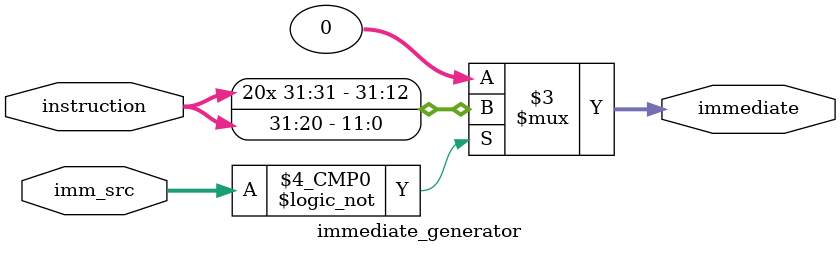
<source format=sv>
module immediate_generator (
  input  logic [31:0] instruction,
  input  logic [2:0]  imm_src,
  
  output logic [31:0] immediate
);

  always_comb begin
    case (imm_src)
      3'b000: // Tipo I (ADDI, SLTI, XORI, ORI, ANDI, SLLI, SRLI, SRAI)
        immediate = {{20{instruction[31]}}, instruction[31:20]};
      
      
      default:
        immediate = 32'd0;
    endcase
  end

endmodule
</source>
